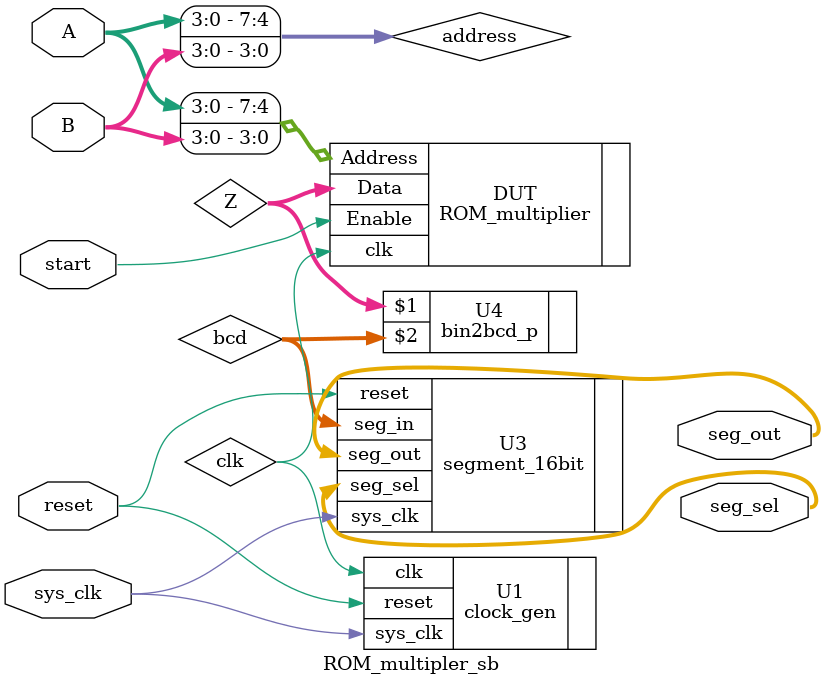
<source format=sv>
module ROM_multipler_sb(
 input logic sys_clk, reset,
 input logic start,
 input logic [3:0] A, B,
 output logic [7:0] seg_out,
 output logic [3:0] seg_sel);
//
logic clk, Enable;
logic [7:0] Z, address;
logic [15:0] bcd;
//
assign address = {A, B};
clock_gen #(0) U1 (.sys_clk(sys_clk), .reset(reset), .clk(clk));
ROM_multiplier DUT (.clk(clk), .Enable(start), .Address(address), .Data(Z));
bin2bcd_p #(8) U4(Z, bcd); 
segment_16bit U3 (.sys_clk(sys_clk), .reset(reset), .seg_in(bcd), .seg_sel(seg_sel), .seg_out(seg_out));
//
endmodule


</source>
